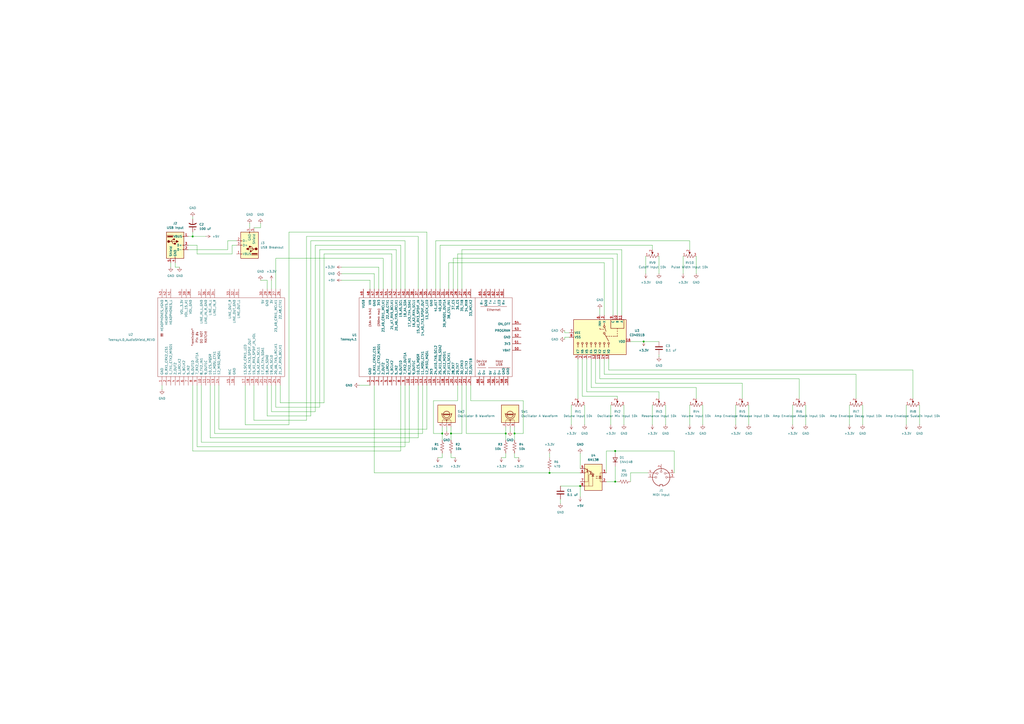
<source format=kicad_sch>
(kicad_sch (version 20231120) (generator "eeschema") (generator_version "8.0")
  (paper "A2")
  (title_block (title "OSHE Synth Full System Schematic") (date "3/11/2025") (rev "1.0"))
  (lib_symbols
    (symbol "Analog_Switch:CD4051B"
      (property "Reference" "U" (at -10.16 16.51 0))
      (property "Value" "CD4051B" (at 3.81 16.51 0))
      (symbol "CD4051B_1_1"
        (pin bidirectional line (at 12.7 -5.08 180) (length 2.54) (name "X4") (number "1"))
        (pin input line (at -12.7 10.16 0) (length 2.54) (name "B") (number "10"))
        (pin input line (at -12.7 12.7 0) (length 2.54) (name "A") (number "11"))
        (pin bidirectional line (at 12.7 -2.54 180) (length 2.54) (name "X3") (number "12"))
        (pin bidirectional line (at 12.7 5.08 180) (length 2.54) (name "X0") (number "13"))
        (pin bidirectional line (at 12.7 2.54 180) (length 2.54) (name "X1") (number "14"))
        (pin bidirectional line (at 12.7 0 180) (length 2.54) (name "X2") (number "15"))
        (pin power_in line (at 2.54 17.78 270) (length 2.54) (name "VDD") (number "16"))
        (pin bidirectional line (at 12.7 -10.16 180) (length 2.54) (name "X6") (number "2"))
        (pin bidirectional line (at -12.7 2.54 0) (length 2.54) (name "X") (number "3"))
        (pin bidirectional line (at 12.7 -12.7 180) (length 2.54) (name "X7") (number "4"))
        (pin bidirectional line (at 12.7 -7.62 180) (length 2.54) (name "X5") (number "5"))
        (pin input line (at -12.7 0 0) (length 2.54) (name "INH") (number "6"))
        (pin power_in line (at -2.54 -17.78 90) (length 2.54) (name "VEE") (number "7"))
        (pin power_in line (at 0 -17.78 90) (length 2.54) (name "VSS") (number "8"))
        (pin input line (at -12.7 7.62 0) (length 2.54) (name "C") (number "9"))
      )
    )
    (symbol "Connector:DIN-5_180degree" (pin_names (offset 1.016))
      (property "Reference" "J" (at 3.175 5.715 0))
      (property "Value" "DIN-5_180degree" (at 0 -6.35 0))
      (symbol "DIN-5_180degree_1_1"
        (pin passive line (at -7.62 0 0) (length 2.54) (name "~") (number "1"))
        (pin passive line (at 0 7.62 270) (length 2.54) (name "~") (number "2"))
        (pin passive line (at 7.62 0 180) (length 2.54) (name "~") (number "3"))
        (pin passive line (at -7.62 2.54 0) (length 2.54) (name "~") (number "4"))
        (pin passive line (at 7.62 2.54 180) (length 2.54) (name "~") (number "5"))
      )
    )
    (symbol "Connector:USB_A" (pin_names (offset 1.016))
      (property "Reference" "J" (at -5.08 11.43 0))
      (property "Value" "USB_A" (at -5.08 8.89 0))
      (symbol "USB_A_1_1"
        (pin power_in line (at 7.62 5.08 180) (length 2.54) (name "VBUS") (number "1"))
        (pin bidirectional line (at 7.62 -2.54 180) (length 2.54) (name "D-") (number "2"))
        (pin bidirectional line (at 7.62 0 180) (length 2.54) (name "D+") (number "3"))
        (pin power_in line (at 0 -10.16 90) (length 2.54) (name "GND") (number "4"))
        (pin passive line (at -2.54 -10.16 90) (length 2.54) (name "Shield") (number "5"))
      )
    )
    (symbol "Device:C" (pin_numbers hide) (pin_names (offset 0.254))
      (property "Reference" "C" (at 0.635 2.54 0))
      (property "Value" "C" (at 0.635 -2.54 0))
      (symbol "C_1_1"
        (pin passive line (at 0 3.81 270) (length 2.794) (name "~") (number "1"))
        (pin passive line (at 0 -3.81 90) (length 2.794) (name "~") (number "2"))
      )
    )
    (symbol "Device:C_Polarized_US" (pin_numbers hide) (pin_names (offset 0.254) hide)
      (property "Reference" "C" (at 0.635 2.54 0))
      (property "Value" "C_Polarized_US" (at 0.635 -2.54 0))
      (symbol "C_Polarized_US_1_1"
        (pin passive line (at 0 3.81 270) (length 2.794) (name "~") (number "1"))
        (pin passive line (at 0 -3.81 90) (length 3.302) (name "~") (number "2"))
      )
    )
    (symbol "Device:D" (pin_numbers hide) (pin_names (offset 1.016) hide)
      (property "Reference" "D" (at 0 2.54 0))
      (property "Value" "D" (at 0 -2.54 0))
      (symbol "D_1_1"
        (pin passive line (at -3.81 0 0) (length 2.54) (name "K") (number "1"))
        (pin passive line (at 3.81 0 180) (length 2.54) (name "A") (number "2"))
      )
    )
    (symbol "Device:R_Potentiometer_US" (pin_names (offset 1.016) hide)
      (property "Reference" "RV" (at -4.445 0 90))
      (property "Value" "R_Potentiometer_US" (at -2.54 0 90))
      (symbol "R_Potentiometer_US_1_1"
        (pin passive line (at 0 3.81 270) (length 1.27) (name "1") (number "1"))
        (pin passive line (at 3.81 0 180) (length 1.27) (name "2") (number "2"))
        (pin passive line (at 0 -3.81 90) (length 1.27) (name "3") (number "3"))
      )
    )
    (symbol "Device:R_US" (pin_numbers hide) (pin_names (offset 0))
      (property "Reference" "R" (at 2.54 0 90))
      (property "Value" "R_US" (at -2.54 0 90))
      (symbol "R_US_1_1"
        (pin passive line (at 0 3.81 270) (length 1.27) (name "~") (number "1"))
        (pin passive line (at 0 -3.81 90) (length 1.27) (name "~") (number "2"))
      )
    )
    (symbol "Device:RotaryEncoder" (pin_names (offset 0.254) hide)
      (property "Reference" "SW" (at 0 6.604 0))
      (property "Value" "RotaryEncoder" (at 0 -6.604 0))
      (symbol "RotaryEncoder_1_1"
        (pin passive line (at -7.62 2.54 0) (length 2.54) (name "A") (number "A"))
        (pin passive line (at -7.62 -2.54 0) (length 2.54) (name "B") (number "B"))
        (pin passive line (at -7.62 0 0) (length 2.54) (name "C") (number "C"))
      )
    )
    (symbol "Isolator:6N138" (pin_names (offset 1.016) hide)
      (property "Reference" "U" (at -4.064 8.89 0))
      (property "Value" "6N138" (at 2.286 8.89 0))
      (symbol "6N138_1_1"
        (pin no_connect line (at -5.08 5.08 0) (length 2.54) hide (name "NC") (number "1"))
        (pin passive line (at -7.62 2.54 0) (length 2.54) (name "C1") (number "2"))
        (pin passive line (at -7.62 -2.54 0) (length 2.54) (name "C2") (number "3"))
        (pin no_connect line (at -5.08 -5.08 0) (length 2.54) hide (name "NC") (number "4"))
        (pin passive line (at 7.62 -5.08 180) (length 2.54) (name "GND") (number "5"))
        (pin passive line (at 7.62 -2.54 180) (length 2.54) (name "VO2") (number "6"))
        (pin passive line (at 7.62 2.54 180) (length 2.54) (name "VO1") (number "7"))
        (pin passive line (at 7.62 5.08 180) (length 2.54) (name "VCC") (number "8"))
      )
    )
    (symbol "power:+3.3V" (power) (pin_numbers hide) (pin_names (offset 0) hide)
      (property "Value" "+3.3V" (at 0 3.556 0))
      (symbol "+3.3V_1_1"
        (pin power_in line (at 0 0 90) (length 0) (name "~") (number "1"))
      )
    )
    (symbol "power:+5V" (power) (pin_numbers hide) (pin_names (offset 0) hide)
      (property "Value" "+5V" (at 0 3.556 0))
      (symbol "+5V_1_1"
        (pin power_in line (at 0 0 90) (length 0) (name "~") (number "1"))
      )
    )
    (symbol "power:GND" (power) (pin_numbers hide) (pin_names (offset 0) hide)
      (property "Value" "GND" (at 0 -3.81 0))
      (symbol "GND_1_1"
        (pin power_in line (at 0 0 270) (length 0) (name "~") (number "1"))
      )
    )
    (symbol "teensy4.0_audioshield_revd:Teensy4.0_AudioShield_REVD" (pin_names (offset 1.016))
      (property "Reference" "U" (at 0 39.37 0))
      (property "Value" "Teensy4.0_AudioShield_REVD" (at 0 -39.37 0))
      (symbol "Teensy4.0_AudioShield_REVD_0_0"
        (text "!!!" (at 1.27 34.29 0) (effects (font (size 1.27 1.27))))
        (text "*reminder*" (at 0 16.51 0) (effects (font (size 1.27 1.27))))
        (text "DO NOT" (at 0 11.43 0) (effects (font (size 1.27 1.27))))
        (text "MATCH!" (at 0 8.89 0) (effects (font (size 1.27 1.27))))
        (text "Pin #s" (at 0 13.97 0) (effects (font (size 1.27 1.27))))
        (pin bidirectional line (at -27.94 11.43 0) (length 5.08) (name "8_TX2_IN1") (number "10"))
        (pin bidirectional line (at -27.94 8.89 0) (length 5.08) (name "9_OUT1C") (number "11"))
        (pin bidirectional line (at -27.94 6.35 0) (length 5.08) (name "10_CS_MQSR") (number "12"))
        (pin bidirectional line (at -27.94 3.81 0) (length 5.08) (name "11_MOSI_CTX1") (number "13"))
        (pin bidirectional line (at -27.94 1.27 0) (length 5.08) (name "12_MISO_MQSL") (number "14"))
        (pin bidirectional line (at -27.94 -5.08 0) (length 5.08) (name "MIC") (number "15"))
        (pin power_in line (at -27.94 -7.62 0) (length 5.08) (name "GND") (number "16"))
        (pin bidirectional line (at -27.94 -13.97 0) (length 5.08) (name "13_SCK_CRX1_LED") (number "17"))
        (pin bidirectional line (at -27.94 -16.51 0) (length 5.08) (name "14_A0_TX3_SPDIF_OUT") (number "18"))
        (pin bidirectional line (at -27.94 -19.05 0) (length 5.08) (name "15_A1_RX3_SPDIF_IN_VOL") (number "19"))
        (pin bidirectional line (at -27.94 -21.59 0) (length 5.08) (name "16_A2_RX4_SCL1") (number "20"))
        (pin bidirectional line (at -27.94 -24.13 0) (length 5.08) (name "17_A3_TX4_SDA1") (number "21"))
        (pin bidirectional line (at -27.94 -26.67 0) (length 5.08) (name "18_A4_SDA0") (number "22"))
        (pin bidirectional line (at -27.94 -29.21 0) (length 5.08) (name "19_A5_SCL0") (number "23"))
        (pin bidirectional line (at -27.94 -31.75 0) (length 5.08) (name "20_A6_TX5_LRCLK1") (number "24"))
        (pin bidirectional line (at -27.94 -34.29 0) (length 5.08) (name "21_A7_RX5_BCLK1") (number "25"))
        (pin bidirectional line (at 27.94 -34.29 180) (length 5.08) (name "22_A8_CTX1") (number "26"))
        (pin bidirectional line (at 27.94 -31.75 180) (length 5.08) (name "23_A9_CRX1_MCLK1") (number "27"))
        (pin power_out line (at 27.94 -29.21 180) (length 5.08) (name "3V") (number "28"))
        (pin power_in line (at 27.94 -26.67 180) (length 5.08) (name "GND") (number "29"))
        (pin power_out line (at 27.94 -24.13 180) (length 5.08) (name "5V") (number "30"))
        (pin bidirectional line (at 27.94 -10.16 180) (length 5.08) (name "LINE_OUT_L") (number "31"))
        (pin power_in line (at 27.94 -7.62 180) (length 5.08) (name "LINE_OUT_GND") (number "32"))
        (pin bidirectional line (at 27.94 -5.08 180) (length 5.08) (name "LINE_OUT_R") (number "33"))
        (pin bidirectional line (at 27.94 3.81 180) (length 5.08) (name "LINE_IN_R") (number "34"))
        (pin bidirectional line (at 27.94 6.35 180) (length 5.08) (name "LINE_IN_L") (number "35"))
        (pin power_in line (at 27.94 8.89 180) (length 5.08) (name "LINE_IN_R_GND") (number "36"))
        (pin power_in line (at 27.94 11.43 180) (length 5.08) (name "LINE_IN_L_GND") (number "37"))
        (pin bidirectional line (at 27.94 17.78 180) (length 5.08) (name "VOL_GND") (number "38"))
        (pin bidirectional line (at 27.94 20.32 180) (length 5.08) (name "VOL_15_A1") (number "39"))
        (pin bidirectional line (at 27.94 22.86 180) (length 5.08) (name "VOL_3.3V") (number "40"))
        (pin bidirectional line (at 27.94 29.21 180) (length 5.08) (name "HEADPHONES_L") (number "41"))
        (pin bidirectional line (at 27.94 31.75 180) (length 5.08) (name "HEADPHONES_R") (number "42"))
        (pin power_in line (at 27.94 34.29 180) (length 5.08) (name "HEADPHONES_VGND") (number "43"))
        (pin bidirectional line (at -27.94 24.13 0) (length 5.08) (name "3_LRCLK2") (number "5"))
        (pin bidirectional line (at -27.94 21.59 0) (length 5.08) (name "4_BCLK2") (number "6"))
        (pin bidirectional line (at -27.94 19.05 0) (length 5.08) (name "5_IN2") (number "7"))
        (pin bidirectional line (at -27.94 16.51 0) (length 5.08) (name "6_OUT1D") (number "8"))
        (pin bidirectional line (at -27.94 13.97 0) (length 5.08) (name "7_RX2_OUT1A") (number "9"))
      )
      (symbol "Teensy4.0_AudioShield_REVD_1_1"
        (pin power_in line (at -27.94 34.29 0) (length 5.08) (name "GND") (number "1"))
        (pin bidirectional line (at -27.94 31.75 0) (length 5.08) (name "0_RX1_CRX2_CS1") (number "2"))
        (pin bidirectional line (at -27.94 29.21 0) (length 5.08) (name "1_TX1_CTX2_MISO1") (number "3"))
        (pin bidirectional line (at -27.94 26.67 0) (length 5.08) (name "2_OUT2") (number "4"))
      )
    )
    (symbol "teensy:Teensy4.1" (pin_names (offset 1.016))
      (property "Reference" "U" (at 0 64.77 0))
      (property "Value" "Teensy4.1" (at 0 62.23 0))
      (symbol "Teensy4.1_0_0"
        (text "(250mA max)" (at 11.43 49.53 0) (effects (font (size 1.016 1.016))))
        (text "(3.6v to 5.5v)" (at 11.43 54.61 0) (effects (font (size 1.016 1.016))))
        (text "Device" (at -13.97 -10.16 900) (effects (font (size 1.27 1.27))))
        (text "Ethernet" (at 15.875 -17.145 900) (effects (font (size 1.27 1.27))))
        (text "Host" (at -13.97 -20.32 900) (effects (font (size 1.27 1.27))))
        (text "USB" (at -15.875 -20.32 900) (effects (font (size 1.27 1.27))))
        (text "USB" (at -15.875 -10.16 900) (effects (font (size 1.27 1.27))))
        (pin bidirectional line (at -27.94 31.75 0) (length 5.08) (name "8_TX2_IN1") (number "10"))
        (pin bidirectional line (at -27.94 29.21 0) (length 5.08) (name "9_OUT1C") (number "11"))
        (pin bidirectional line (at -27.94 26.67 0) (length 5.08) (name "10_CS_MQSR") (number "12"))
        (pin bidirectional line (at -27.94 24.13 0) (length 5.08) (name "11_MOSI_CTX1") (number "13"))
        (pin bidirectional line (at -27.94 21.59 0) (length 5.08) (name "12_MISO_MQSL") (number "14"))
        (pin power_in line (at -27.94 19.05 0) (length 5.08) (name "3V3") (number "15"))
        (pin bidirectional line (at -27.94 16.51 0) (length 5.08) (name "24_A10_TX6_SCL2") (number "16"))
        (pin bidirectional line (at -27.94 13.97 0) (length 5.08) (name "25_A11_RX6_SDA2") (number "17"))
        (pin bidirectional line (at -27.94 11.43 0) (length 5.08) (name "26_A12_MOSI1") (number "18"))
        (pin bidirectional line (at -27.94 8.89 0) (length 5.08) (name "27_A13_SCK1") (number "19"))
        (pin bidirectional line (at -27.94 6.35 0) (length 5.08) (name "28_RX7") (number "20"))
        (pin bidirectional line (at -27.94 3.81 0) (length 5.08) (name "29_TX7") (number "21"))
        (pin bidirectional line (at -27.94 1.27 0) (length 5.08) (name "30_CRX3") (number "22"))
        (pin bidirectional line (at -27.94 -1.27 0) (length 5.08) (name "31_CTX3") (number "23"))
        (pin bidirectional line (at -27.94 -3.81 0) (length 5.08) (name "32_OUT1B") (number "24"))
        (pin bidirectional line (at 27.94 -3.81 180) (length 5.08) (name "33_MCLK2") (number "25"))
        (pin bidirectional line (at 27.94 -1.27 180) (length 5.08) (name "34_RX8") (number "26"))
        (pin bidirectional line (at 27.94 1.27 180) (length 5.08) (name "35_TX8") (number "27"))
        (pin bidirectional line (at 27.94 3.81 180) (length 5.08) (name "36_CS") (number "28"))
        (pin bidirectional line (at 27.94 6.35 180) (length 5.08) (name "37_CS") (number "29"))
        (pin bidirectional line (at 27.94 8.89 180) (length 5.08) (name "38_CS1_IN1") (number "30"))
        (pin bidirectional line (at 27.94 11.43 180) (length 5.08) (name "39_MISO1_OUT1A") (number "31"))
        (pin bidirectional line (at 27.94 13.97 180) (length 5.08) (name "40_A16") (number "32"))
        (pin bidirectional line (at 27.94 16.51 180) (length 5.08) (name "41_A17") (number "33"))
        (pin bidirectional line (at 27.94 21.59 180) (length 5.08) (name "13_SCK_LED") (number "35"))
        (pin bidirectional line (at 27.94 24.13 180) (length 5.08) (name "14_A0_TX3_SPDIF_OUT") (number "36"))
        (pin bidirectional line (at 27.94 26.67 180) (length 5.08) (name "15_A1_RX3_SPDIF_IN") (number "37"))
        (pin bidirectional line (at 27.94 29.21 180) (length 5.08) (name "16_A2_RX4_SCL1") (number "38"))
        (pin bidirectional line (at 27.94 31.75 180) (length 5.08) (name "17_A3_TX4_SDA1") (number "39"))
        (pin bidirectional line (at 27.94 34.29 180) (length 5.08) (name "18_A4_SDA") (number "40"))
        (pin bidirectional line (at 27.94 36.83 180) (length 5.08) (name "19_A5_SCL") (number "41"))
        (pin bidirectional line (at 27.94 39.37 180) (length 5.08) (name "20_A6_TX5_LRCLK1") (number "42"))
        (pin bidirectional line (at 27.94 41.91 180) (length 5.08) (name "21_A7_RX5_BCLK1") (number "43"))
        (pin bidirectional line (at 27.94 44.45 180) (length 5.08) (name "22_A8_CTX1") (number "44"))
        (pin bidirectional line (at 27.94 46.99 180) (length 5.08) (name "23_A9_CRX1_MCLK1") (number "45"))
        (pin output line (at 27.94 49.53 180) (length 5.08) (name "3V3") (number "46"))
        (pin output line (at 27.94 52.07 180) (length 5.08) (name "GND") (number "47"))
        (pin power_in line (at 27.94 54.61 180) (length 5.08) (name "VIN") (number "48"))
        (pin power_out line (at 27.94 58.42 180) (length 5.08) (name "VUSB") (number "49"))
        (pin bidirectional line (at -27.94 44.45 0) (length 5.08) (name "3_LRCLK2") (number "5"))
        (pin power_in line (at -7.62 -33.02 90) (length 5.08) (name "VBAT") (number "50"))
        (pin power_in line (at -3.81 -33.02 90) (length 5.08) (name "3V3") (number "51"))
        (pin input line (at 0 -33.02 90) (length 5.08) (name "GND") (number "52"))
        (pin input line (at 3.81 -33.02 90) (length 5.08) (name "PROGRAM") (number "53"))
        (pin input line (at 7.62 -33.02 90) (length 5.08) (name "ON_OFF") (number "54"))
        (pin power_out line (at -27.94 -15.24 0) (length 5.08) (name "5V") (number "55"))
        (pin bidirectional line (at -27.94 -17.78 0) (length 5.08) (name "D-") (number "56"))
        (pin bidirectional line (at -27.94 -20.32 0) (length 5.08) (name "D+") (number "57"))
        (pin power_in line (at -27.94 -22.86 0) (length 5.08) (name "GND") (number "58"))
        (pin power_in line (at -27.94 -25.4 0) (length 5.08) (name "GND") (number "59"))
        (pin bidirectional line (at -27.94 41.91 0) (length 5.08) (name "4_BCLK2") (number "6"))
        (pin bidirectional line (at 27.94 -22.86 180) (length 5.08) (name "R+") (number "60"))
        (pin bidirectional line (at 27.94 -20.32 180) (length 5.08) (name "LED") (number "61"))
        (pin bidirectional line (at 27.94 -17.78 180) (length 5.08) (name "T-") (number "62"))
        (pin bidirectional line (at 27.94 -15.24 180) (length 5.08) (name "T+") (number "63"))
        (pin power_in line (at 27.94 -12.7 180) (length 5.08) (name "GND") (number "64"))
        (pin bidirectional line (at 27.94 -10.16 180) (length 5.08) (name "R-") (number "65"))
        (pin bidirectional line (at -27.94 -8.89 0) (length 5.08) (name "D-") (number "66"))
        (pin bidirectional line (at -27.94 -11.43 0) (length 5.08) (name "D+") (number "67"))
        (pin bidirectional line (at -27.94 39.37 0) (length 5.08) (name "5_IN2") (number "7"))
        (pin bidirectional line (at -27.94 36.83 0) (length 5.08) (name "6_OUT1D") (number "8"))
        (pin bidirectional line (at -27.94 34.29 0) (length 5.08) (name "7_RX2_OUT1A") (number "9"))
      )
      (symbol "Teensy4.1_1_1"
        (pin power_in line (at -27.94 54.61 0) (length 5.08) (name "GND") (number "1"))
        (pin bidirectional line (at -27.94 52.07 0) (length 5.08) (name "0_RX1_CRX2_CS1") (number "2"))
        (pin bidirectional line (at -27.94 49.53 0) (length 5.08) (name "1_TX1_CTX2_MISO1") (number "3"))
        (pin power_in line (at 27.94 19.05 180) (length 5.08) (name "GND") (number "34"))
        (pin bidirectional line (at -27.94 46.99 0) (length 5.08) (name "2_OUT2") (number "4"))
      )
    )
  )
  (junction (at 356.87 261.62))
  (junction (at 373.38 198.12))
  (junction (at 298.45 251.46))
  (junction (at 318.77 274.32))
  (junction (at 356.87 279.4))
  (junction (at 293.37 251.46))
  (junction (at 336.55 281.94))
  (junction (at 261.62 251.46))
  (junction (at 256.54 251.46))
  (junction (at 111.76 137.16))
  (wire (pts (xy 342.9 208.28) (xy 342.9 224.79)))
  (wire (pts (xy 303.53 251.46) (xy 298.45 251.46)))
  (wire (pts (xy 182.88 238.76) (xy 182.88 142.24)))
  (wire (pts (xy 185.42 144.78) (xy 229.87 144.78)))
  (wire (pts (xy 459.74 234.95) (xy 459.74 246.38)))
  (wire (pts (xy 116.84 223.52) (xy 116.84 256.54)))
  (wire (pts (xy 265.43 147.32) (xy 265.43 167.64)))
  (wire (pts (xy 365.76 198.12) (xy 373.38 198.12)))
  (wire (pts (xy 354.33 234.95) (xy 354.33 246.38)))
  (wire (pts (xy 355.6 182.88) (xy 355.6 149.86)))
  (wire (pts (xy 242.57 223.52) (xy 242.57 254)))
  (wire (pts (xy 358.14 147.32) (xy 265.43 147.32)))
  (wire (pts (xy 185.42 236.22) (xy 185.42 144.78)))
  (wire (pts (xy 325.12 289.56) (xy 325.12 292.1)))
  (wire (pts (xy 180.34 139.7) (xy 234.95 139.7)))
  (wire (pts (xy 270.51 223.52) (xy 270.51 251.46)))
  (wire (pts (xy 355.6 149.86) (xy 262.89 149.86)))
  (wire (pts (xy 154.94 223.52) (xy 154.94 241.3)))
  (wire (pts (xy 134.62 142.24) (xy 137.16 142.24)))
  (wire (pts (xy 109.22 142.24) (xy 114.3 142.24)))
  (wire (pts (xy 167.64 246.38) (xy 167.64 134.62)))
  (wire (pts (xy 382.27 231.14) (xy 382.27 227.33)))
  (wire (pts (xy 265.43 223.52) (xy 265.43 232.41)))
  (wire (pts (xy 261.62 251.46) (xy 261.62 255.27)))
  (wire (pts (xy 382.27 227.33) (xy 340.36 227.33)))
  (wire (pts (xy 407.67 234.95) (xy 407.67 246.38)))
  (wire (pts (xy 247.65 223.52) (xy 247.65 248.92)))
  (wire (pts (xy 151.13 132.08) (xy 147.32 132.08)))
  (wire (pts (xy 378.46 144.78) (xy 378.46 142.24)))
  (wire (pts (xy 261.62 262.89) (xy 261.62 265.43)))
  (wire (pts (xy 144.78 129.54) (xy 144.78 132.08)))
  (wire (pts (xy 124.46 251.46) (xy 245.11 251.46)))
  (wire (pts (xy 403.86 224.79) (xy 342.9 224.79)))
  (wire (pts (xy 365.76 274.32) (xy 365.76 279.4)))
  (wire (pts (xy 111.76 137.16) (xy 119.38 137.16)))
  (wire (pts (xy 198.12 158.75) (xy 217.17 158.75)))
  (wire (pts (xy 180.34 241.3) (xy 180.34 139.7)))
  (wire (pts (xy 318.77 273.05) (xy 318.77 274.32)))
  (wire (pts (xy 101.6 152.4) (xy 101.6 154.94)))
  (wire (pts (xy 114.3 142.24) (xy 114.3 147.32)))
  (wire (pts (xy 114.3 259.08) (xy 234.95 259.08)))
  (wire (pts (xy 386.08 234.95) (xy 386.08 246.38)))
  (wire (pts (xy 217.17 223.52) (xy 217.17 274.32)))
  (wire (pts (xy 430.53 231.14) (xy 430.53 222.25)))
  (wire (pts (xy 252.73 139.7) (xy 252.73 167.64)))
  (wire (pts (xy 111.76 223.52) (xy 111.76 261.62)))
  (wire (pts (xy 256.54 247.65) (xy 256.54 251.46)))
  (wire (pts (xy 382.27 205.74) (xy 382.27 207.01)))
  (wire (pts (xy 142.24 223.52) (xy 142.24 246.38)))
  (wire (pts (xy 529.59 231.14) (xy 529.59 214.63)))
  (wire (pts (xy 331.47 234.95) (xy 331.47 246.38)))
  (wire (pts (xy 242.57 137.16) (xy 242.57 167.64)))
  (wire (pts (xy 157.48 238.76) (xy 182.88 238.76)))
  (wire (pts (xy 318.77 262.89) (xy 318.77 265.43)))
  (wire (pts (xy 400.05 139.7) (xy 252.73 139.7)))
  (wire (pts (xy 358.14 182.88) (xy 358.14 147.32)))
  (wire (pts (xy 298.45 262.89) (xy 298.45 265.43)))
  (wire (pts (xy 337.82 208.28) (xy 337.82 229.87)))
  (wire (pts (xy 400.05 234.95) (xy 400.05 246.38)))
  (wire (pts (xy 500.38 234.95) (xy 500.38 246.38)))
  (wire (pts (xy 400.05 144.78) (xy 400.05 139.7)))
  (wire (pts (xy 132.08 144.78) (xy 132.08 139.7)))
  (wire (pts (xy 262.89 149.86) (xy 262.89 167.64)))
  (wire (pts (xy 208.28 223.52) (xy 214.63 223.52)))
  (wire (pts (xy 396.24 148.59) (xy 396.24 158.75)))
  (wire (pts (xy 529.59 214.63) (xy 353.06 214.63)))
  (wire (pts (xy 151.13 162.56) (xy 154.94 162.56)))
  (wire (pts (xy 217.17 158.75) (xy 217.17 167.64)))
  (wire (pts (xy 177.8 137.16) (xy 242.57 137.16)))
  (wire (pts (xy 374.65 148.59) (xy 374.65 158.75)))
  (wire (pts (xy 99.06 152.4) (xy 99.06 154.94)))
  (wire (pts (xy 219.71 154.94) (xy 219.71 167.64)))
  (wire (pts (xy 182.88 142.24) (xy 232.41 142.24)))
  (wire (pts (xy 273.05 232.41) (xy 303.53 232.41)))
  (wire (pts (xy 232.41 223.52) (xy 232.41 261.62)))
  (wire (pts (xy 187.96 147.32) (xy 227.33 147.32)))
  (wire (pts (xy 403.86 148.59) (xy 403.86 158.75)))
  (wire (pts (xy 121.92 254) (xy 242.57 254)))
  (wire (pts (xy 298.45 247.65) (xy 298.45 251.46)))
  (wire (pts (xy 256.54 251.46) (xy 256.54 255.27)))
  (wire (pts (xy 298.45 265.43) (xy 300.99 265.43)))
  (wire (pts (xy 467.36 234.95) (xy 467.36 246.38)))
  (wire (pts (xy 217.17 274.32) (xy 318.77 274.32)))
  (wire (pts (xy 237.49 223.52) (xy 237.49 256.54)))
  (wire (pts (xy 114.3 147.32) (xy 134.62 147.32)))
  (wire (pts (xy 154.94 241.3) (xy 180.34 241.3)))
  (wire (pts (xy 325.12 281.94) (xy 336.55 281.94)))
  (wire (pts (xy 167.64 134.62) (xy 247.65 134.62)))
  (wire (pts (xy 347.98 208.28) (xy 347.98 219.71)))
  (wire (pts (xy 124.46 223.52) (xy 124.46 251.46)))
  (wire (pts (xy 267.97 144.78) (xy 267.97 167.64)))
  (wire (pts (xy 336.55 262.89) (xy 336.55 271.78)))
  (wire (pts (xy 147.32 243.84) (xy 177.8 243.84)))
  (wire (pts (xy 295.91 247.65) (xy 295.91 250.19)))
  (wire (pts (xy 492.76 234.95) (xy 492.76 246.38)))
  (wire (pts (xy 187.96 233.68) (xy 187.96 147.32)))
  (wire (pts (xy 336.55 274.32) (xy 318.77 274.32)))
  (wire (pts (xy 157.48 223.52) (xy 157.48 238.76)))
  (wire (pts (xy 496.57 217.17) (xy 350.52 217.17)))
  (wire (pts (xy 293.37 265.43) (xy 290.83 265.43)))
  (wire (pts (xy 403.86 231.14) (xy 403.86 224.79)))
  (wire (pts (xy 293.37 262.89) (xy 293.37 265.43)))
  (wire (pts (xy 261.62 247.65) (xy 261.62 251.46)))
  (wire (pts (xy 132.08 139.7) (xy 137.16 139.7)))
  (wire (pts (xy 327.66 193.04) (xy 327.66 191.77)))
  (wire (pts (xy 160.02 149.86) (xy 222.25 149.86)))
  (wire (pts (xy 298.45 251.46) (xy 298.45 255.27)))
  (wire (pts (xy 109.22 137.16) (xy 111.76 137.16)))
  (wire (pts (xy 177.8 243.84) (xy 177.8 137.16)))
  (wire (pts (xy 356.87 270.51) (xy 356.87 279.4)))
  (wire (pts (xy 160.02 236.22) (xy 185.42 236.22)))
  (wire (pts (xy 265.43 232.41) (xy 251.46 232.41)))
  (wire (pts (xy 160.02 223.52) (xy 160.02 236.22)))
  (wire (pts (xy 356.87 261.62) (xy 391.16 261.62)))
  (wire (pts (xy 198.12 154.94) (xy 219.71 154.94)))
  (wire (pts (xy 351.79 261.62) (xy 356.87 261.62)))
  (wire (pts (xy 358.14 231.14) (xy 358.14 229.87)))
  (wire (pts (xy 358.14 229.87) (xy 337.82 229.87)))
  (wire (pts (xy 222.25 149.86) (xy 222.25 167.64)))
  (wire (pts (xy 157.48 162.56) (xy 157.48 167.64)))
  (wire (pts (xy 335.28 208.28) (xy 335.28 231.14)))
  (wire (pts (xy 378.46 234.95) (xy 378.46 246.38)))
  (wire (pts (xy 382.27 148.59) (xy 382.27 158.75)))
  (wire (pts (xy 353.06 214.63) (xy 353.06 208.28)))
  (wire (pts (xy 327.66 195.58) (xy 327.66 196.85)))
  (wire (pts (xy 247.65 134.62) (xy 247.65 167.64)))
  (wire (pts (xy 350.52 152.4) (xy 260.35 152.4)))
  (wire (pts (xy 373.38 198.12) (xy 382.27 198.12)))
  (wire (pts (xy 270.51 251.46) (xy 293.37 251.46)))
  (wire (pts (xy 330.2 195.58) (xy 327.66 195.58)))
  (wire (pts (xy 101.6 154.94) (xy 104.14 154.94)))
  (wire (pts (xy 251.46 232.41) (xy 251.46 251.46)))
  (wire (pts (xy 214.63 162.56) (xy 214.63 167.64)))
  (wire (pts (xy 256.54 265.43) (xy 254 265.43)))
  (wire (pts (xy 111.76 261.62) (xy 232.41 261.62)))
  (wire (pts (xy 336.55 281.94) (xy 336.55 288.29)))
  (wire (pts (xy 147.32 223.52) (xy 147.32 243.84)))
  (wire (pts (xy 261.62 251.46) (xy 267.97 251.46)))
  (wire (pts (xy 345.44 208.28) (xy 345.44 222.25)))
  (wire (pts (xy 245.11 223.52) (xy 245.11 251.46)))
  (wire (pts (xy 525.78 234.95) (xy 525.78 246.38)))
  (wire (pts (xy 111.76 125.73) (xy 111.76 127)))
  (wire (pts (xy 330.2 193.04) (xy 327.66 193.04)))
  (wire (pts (xy 303.53 232.41) (xy 303.53 251.46)))
  (wire (pts (xy 533.4 234.95) (xy 533.4 246.38)))
  (wire (pts (xy 351.79 261.62) (xy 351.79 274.32)))
  (wire (pts (xy 261.62 265.43) (xy 264.16 265.43)))
  (wire (pts (xy 127 248.92) (xy 247.65 248.92)))
  (wire (pts (xy 391.16 274.32) (xy 391.16 261.62)))
  (wire (pts (xy 375.92 274.32) (xy 365.76 274.32)))
  (wire (pts (xy 162.56 223.52) (xy 162.56 233.68)))
  (wire (pts (xy 351.79 279.4) (xy 356.87 279.4)))
  (wire (pts (xy 339.09 234.95) (xy 339.09 246.38)))
  (wire (pts (xy 463.55 231.14) (xy 463.55 219.71)))
  (wire (pts (xy 232.41 142.24) (xy 232.41 167.64)))
  (wire (pts (xy 160.02 167.64) (xy 160.02 149.86)))
  (wire (pts (xy 426.72 234.95) (xy 426.72 246.38)))
  (wire (pts (xy 360.68 144.78) (xy 267.97 144.78)))
  (wire (pts (xy 350.52 182.88) (xy 350.52 152.4)))
  (wire (pts (xy 273.05 223.52) (xy 273.05 232.41)))
  (wire (pts (xy 227.33 147.32) (xy 227.33 167.64)))
  (wire (pts (xy 260.35 152.4) (xy 260.35 167.64)))
  (wire (pts (xy 356.87 279.4) (xy 358.14 279.4)))
  (wire (pts (xy 116.84 256.54) (xy 237.49 256.54)))
  (wire (pts (xy 255.27 142.24) (xy 255.27 167.64)))
  (wire (pts (xy 162.56 233.68) (xy 187.96 233.68)))
  (wire (pts (xy 234.95 223.52) (xy 234.95 259.08)))
  (wire (pts (xy 267.97 223.52) (xy 267.97 251.46)))
  (wire (pts (xy 463.55 219.71) (xy 347.98 219.71)))
  (wire (pts (xy 142.24 246.38) (xy 167.64 246.38)))
  (wire (pts (xy 111.76 134.62) (xy 111.76 137.16)))
  (wire (pts (xy 350.52 217.17) (xy 350.52 208.28)))
  (wire (pts (xy 378.46 142.24) (xy 255.27 142.24)))
  (wire (pts (xy 198.12 162.56) (xy 214.63 162.56)))
  (wire (pts (xy 259.08 247.65) (xy 259.08 250.19)))
  (wire (pts (xy 430.53 222.25) (xy 345.44 222.25)))
  (wire (pts (xy 229.87 144.78) (xy 229.87 167.64)))
  (wire (pts (xy 356.87 261.62) (xy 356.87 262.89)))
  (wire (pts (xy 251.46 251.46) (xy 256.54 251.46)))
  (wire (pts (xy 347.98 179.07) (xy 347.98 182.88)))
  (wire (pts (xy 121.92 223.52) (xy 121.92 254)))
  (wire (pts (xy 256.54 262.89) (xy 256.54 265.43)))
  (wire (pts (xy 360.68 182.88) (xy 360.68 144.78)))
  (wire (pts (xy 293.37 251.46) (xy 293.37 255.27)))
  (wire (pts (xy 434.34 234.95) (xy 434.34 246.38)))
  (wire (pts (xy 93.98 223.52) (xy 93.98 226.06)))
  (wire (pts (xy 154.94 162.56) (xy 154.94 167.64)))
  (wire (pts (xy 293.37 247.65) (xy 293.37 251.46)))
  (wire (pts (xy 340.36 208.28) (xy 340.36 227.33)))
  (wire (pts (xy 109.22 144.78) (xy 132.08 144.78)))
  (wire (pts (xy 496.57 231.14) (xy 496.57 217.17)))
  (wire (pts (xy 234.95 139.7) (xy 234.95 167.64)))
  (wire (pts (xy 361.95 234.95) (xy 361.95 246.38)))
  (wire (pts (xy 127 223.52) (xy 127 248.92)))
  (wire (pts (xy 134.62 147.32) (xy 134.62 142.24)))
  (wire (pts (xy 114.3 223.52) (xy 114.3 259.08)))
  (wire (pts (xy 151.13 129.54) (xy 151.13 132.08)))
  (symbol (lib_id "power:GND") (at 99.06 154.94 0) (unit 1)
    (property "Reference" "#PWR045" (effects (hide yes)))
    (property "Value" "GND" (at 99.06 160.02 0))
    (property "Description" "Power symbol creates a global label with name \"GND\" , ground" (effects (hide yes)))
  )
  (symbol (lib_id "power:GND") (at 295.91 250.19 0) (unit 1)
    (property "Reference" "#PWR024" (effects (hide yes)))
    (property "Value" "GND" (at 295.91 255.27 0))
    (property "Description" "Power symbol creates a global label with name \"GND\" , ground" (effects (hide yes)))
  )
  (symbol (lib_id "power:GND") (at 434.34 246.38 0) (unit 1)
    (property "Reference" "#PWR05" (effects (hide yes)))
    (property "Value" "GND" (at 434.34 251.46 0))
    (property "Description" "Power symbol creates a global label with name \"GND\" , ground" (effects (hide yes)))
  )
  (symbol (lib_id "Connector:DIN-5_180degree") (at 383.54 276.86 0) (unit 1)
    (property "Reference" "J1" (at 383.5401 284.48 0))
    (property "Value" "MIDI Input" (at 383.5401 287.02 0))
    (property "Footprint" "Connectors:MIDI" (effects (hide yes)))
    (property "Datasheet" "http://www.mouser.com/ds/2/18/40_c091_abd_e-75918.pdf" (effects (hide yes)))
    (property "Description" "5-pin DIN connector (5-pin DIN-5 stereo)" (effects (hide yes)))
  )
  (symbol (lib_id "power:+5V") (at 119.38 137.16 270) (unit 1)
    (property "Reference" "#PWR036" (effects (hide yes)))
    (property "Value" "+5V" (at 123.19 137.1599 90) (effects (justify left)))
    (property "Description" "Power symbol creates a global label with name \"+5V\"" (effects (hide yes)))
  )
  (symbol (lib_id "power:+3.3V") (at 400.05 246.38 180) (unit 1)
    (property "Reference" "#PWR012" (effects (hide yes)))
    (property "Value" "+3.3V" (at 400.05 251.46 0))
    (property "Description" "Power symbol creates a global label with name \"+3.3V\"" (effects (hide yes)))
  )
  (symbol (lib_id "power:+5V") (at 198.12 162.56 90) (unit 1)
    (property "Reference" "#PWR047" (effects (hide yes)))
    (property "Value" "+5V" (at 194.31 162.5599 90) (effects (justify left)))
    (property "Description" "Power symbol creates a global label with name \"+5V\"" (effects (hide yes)))
  )
  (symbol (lib_id "power:+3.3V") (at 459.74 246.38 180) (unit 1)
    (property "Reference" "#PWR014" (effects (hide yes)))
    (property "Value" "+3.3V" (at 459.74 251.46 0))
    (property "Description" "Power symbol creates a global label with name \"+3.3V\"" (effects (hide yes)))
  )
  (symbol (lib_id "power:GND") (at 111.76 125.73 180) (unit 1)
    (property "Reference" "#PWR048" (effects (hide yes)))
    (property "Value" "GND" (at 111.76 120.65 0))
    (property "Description" "Power symbol creates a global label with name \"GND\" , ground" (effects (hide yes)))
  )
  (symbol (lib_id "teensy4.0_audioshield_revd:Teensy4.0_AudioShield_REVD") (at 128.27 195.58 90) (unit 1)
    (property "Reference" "U2" (at 74.422 194.056 90) (effects (justify right)))
    (property "Value" "Teensy4.0_AudioShield_REVD" (at 62.738 197.104 90) (effects (justify right)))
    (property "Footprint" "Teensy:4.0audioshield" (effects (hide yes)))
  )
  (symbol (lib_id "Device:RotaryEncoder") (at 259.08 240.03 90) (unit 1)
    (property "Reference" "SW2" (at 265.43 238.7599 90) (effects (justify right)))
    (property "Value" "Oscillator B Waveform" (at 265.43 241.2999 90) (effects (justify right)))
    (property "Footprint" "Rotary_Encoder:RotaryEncoder_Bourns_Vertical_PEC12R-3x17F-Nxxxx" (effects (hide yes)))
    (property "Description" "Rotary encoder, dual channel, incremental quadrate outputs" (effects (hide yes)))
  )
  (symbol (lib_id "power:GND") (at 347.98 179.07 180) (unit 1)
    (property "Reference" "#PWR032" (effects (hide yes)))
    (property "Value" "GND" (at 347.98 173.99 0))
    (property "Description" "Power symbol creates a global label with name \"GND\" , ground" (effects (hide yes)))
  )
  (symbol (lib_id "power:+3.3V") (at 318.77 262.89 0) (unit 1)
    (property "Reference" "#PWR028" (effects (hide yes)))
    (property "Value" "+3.3V" (at 318.77 257.81 0))
    (property "Description" "Power symbol creates a global label with name \"+3.3V\"" (effects (hide yes)))
  )
  (symbol (lib_id "power:+3.3V") (at 373.38 198.12 180) (unit 1)
    (property "Reference" "#PWR029" (effects (hide yes)))
    (property "Value" "+3.3V" (at 373.38 203.2 0))
    (property "Description" "Power symbol creates a global label with name \"+3.3V\"" (effects (hide yes)))
  )
  (symbol (lib_id "power:+3.3V") (at 264.16 265.43 180) (unit 1)
    (property "Reference" "#PWR021" (effects (hide yes)))
    (property "Value" "+3.3V" (at 264.16 270.51 0))
    (property "Description" "Power symbol creates a global label with name \"+3.3V\"" (effects (hide yes)))
  )
  (symbol (lib_id "Device:D") (at 356.87 266.7 90) (unit 1)
    (property "Reference" "D1" (at 359.41 265.4299 90) (effects (justify right)))
    (property "Value" "1N4148" (at 359.41 267.9699 90) (effects (justify right)))
    (property "Footprint" "Diodes:DO-35_02_VIS" (effects (hide yes)))
    (property "Description" "Diode" (effects (hide yes)))
    (property "Sim.Device" "D" (effects (hide yes)))
    (property "Sim.Pins" "1=K 2=A" (effects (hide yes)))
  )
  (symbol (lib_id "power:+3.3V") (at 374.65 158.75 180) (unit 1)
    (property "Reference" "#PWR017" (effects (hide yes)))
    (property "Value" "+3.3V" (at 374.65 163.83 0))
    (property "Description" "Power symbol creates a global label with name \"+3.3V\"" (effects (hide yes)))
  )
  (symbol (lib_id "Device:C") (at 325.12 285.75 180) (unit 1)
    (property "Reference" "C1" (at 328.93 284.4799 0) (effects (justify right)))
    (property "Value" "0.1 uF" (at 328.93 287.0199 0) (effects (justify right)))
    (property "Footprint" "Through Hole Cap:radial_cap" (effects (hide yes)))
    (property "Description" "Unpolarized capacitor" (effects (hide yes)))
  )
  (symbol (lib_id "power:GND") (at 407.67 246.38 0) (unit 1)
    (property "Reference" "#PWR04" (effects (hide yes)))
    (property "Value" "GND" (at 407.67 251.46 0))
    (property "Description" "Power symbol creates a global label with name \"GND\" , ground" (effects (hide yes)))
  )
  (symbol (lib_id "power:+3.3V") (at 300.99 265.43 180) (unit 1)
    (property "Reference" "#PWR022" (effects (hide yes)))
    (property "Value" "+3.3V" (at 300.99 270.51 0))
    (property "Description" "Power symbol creates a global label with name \"+3.3V\"" (effects (hide yes)))
  )
  (symbol (lib_id "power:GND") (at 361.95 246.38 0) (unit 1)
    (property "Reference" "#PWR02" (effects (hide yes)))
    (property "Value" "GND" (at 361.95 251.46 0))
    (property "Description" "Power symbol creates a global label with name \"GND\" , ground" (effects (hide yes)))
  )
  (symbol (lib_id "power:GND") (at 151.13 129.54 180) (unit 1)
    (property "Reference" "#PWR046" (effects (hide yes)))
    (property "Value" "GND" (at 151.13 124.46 0))
    (property "Description" "Power symbol creates a global label with name \"GND\" , ground" (effects (hide yes)))
  )
  (symbol (lib_id "power:GND") (at 144.78 129.54 180) (unit 1)
    (property "Reference" "#PWR039" (effects (hide yes)))
    (property "Value" "GND" (at 144.78 124.46 0))
    (property "Description" "Power symbol creates a global label with name \"GND\" , ground" (effects (hide yes)))
  )
  (symbol (lib_id "power:+3.3V") (at 378.46 246.38 180) (unit 1)
    (property "Reference" "#PWR011" (effects (hide yes)))
    (property "Value" "+3.3V" (at 378.46 251.46 0))
    (property "Description" "Power symbol creates a global label with name \"+3.3V\"" (effects (hide yes)))
  )
  (symbol (lib_id "power:+5V") (at 336.55 288.29 180) (unit 1)
    (property "Reference" "#PWR026" (effects (hide yes)))
    (property "Value" "+5V" (at 336.55 293.37 0))
    (property "Description" "Power symbol creates a global label with name \"+5V\"" (effects (hide yes)))
  )
  (symbol (lib_id "Device:R_Potentiometer_US") (at 403.86 234.95 90) (unit 1)
    (property "Reference" "RV4" (at 403.86 238.76 90))
    (property "Value" "Volume Input 10k" (at 403.86 241.3 90))
    (property "Footprint" "Potentiometer_THT:Potentiometer_Bourns_PTA4543_Single_Slide" (effects (hide yes)))
    (property "Description" "Potentiometer, US symbol" (effects (hide yes)))
  )
  (symbol (lib_id "power:GND") (at 259.08 250.19 0) (unit 1)
    (property "Reference" "#PWR023" (effects (hide yes)))
    (property "Value" "GND" (at 259.08 255.27 0))
    (property "Description" "Power symbol creates a global label with name \"GND\" , ground" (effects (hide yes)))
  )
  (symbol (lib_id "Device:R_Potentiometer_US") (at 529.59 234.95 90) (unit 1)
    (property "Reference" "RV8" (at 529.59 238.76 90))
    (property "Value" "Amp Envelope Sustain Input 10k" (at 529.59 241.3 90))
    (property "Footprint" "Potentiometer_THT:Potentiometer_Bourns_PTA4543_Single_Slide" (effects (hide yes)))
    (property "Description" "Potentiometer, US symbol" (effects (hide yes)))
  )
  (symbol (lib_id "Device:RotaryEncoder") (at 295.91 240.03 90) (unit 1)
    (property "Reference" "SW1" (at 302.26 238.7599 90) (effects (justify right)))
    (property "Value" "Oscillator A Waveform" (at 302.26 241.2999 90) (effects (justify right)))
    (property "Footprint" "Rotary_Encoder:RotaryEncoder_Bourns_Vertical_PEC12R-3x17F-Nxxxx" (effects (hide yes)))
    (property "Description" "Rotary encoder, dual channel, incremental quadrate outputs" (effects (hide yes)))
  )
  (symbol (lib_id "power:GND") (at 327.66 191.77 270) (unit 1)
    (property "Reference" "#PWR031" (effects (hide yes)))
    (property "Value" "GND" (at 323.85 191.7699 90) (effects (justify right)))
    (property "Description" "Power symbol creates a global label with name \"GND\" , ground" (effects (hide yes)))
  )
  (symbol (lib_id "power:GND") (at 325.12 292.1 0) (unit 1)
    (property "Reference" "#PWR027" (effects (hide yes)))
    (property "Value" "GND" (at 325.12 297.18 0))
    (property "Description" "Power symbol creates a global label with name \"GND\" , ground" (effects (hide yes)))
  )
  (symbol (lib_id "Device:R_US") (at 361.95 279.4 90) (unit 1)
    (property "Reference" "R5" (at 361.95 273.05 90))
    (property "Value" "220" (at 361.95 275.59 90))
    (property "Footprint" "Resistor_THT:R_Axial_DIN0207_L6.3mm_D2.5mm_P10.16mm_Horizontal" (effects (hide yes)))
    (property "Description" "Resistor, US symbol" (effects (hide yes)))
  )
  (symbol (lib_id "Device:R_Potentiometer_US") (at 463.55 234.95 90) (unit 1)
    (property "Reference" "RV6" (at 463.55 238.76 90))
    (property "Value" "Amp Envelope Attack Input 10k" (at 463.55 241.3 90))
    (property "Footprint" "Potentiometer_THT:Potentiometer_Bourns_PTA4543_Single_Slide" (effects (hide yes)))
    (property "Description" "Potentiometer, US symbol" (effects (hide yes)))
  )
  (symbol (lib_id "power:GND") (at 93.98 226.06 0) (unit 1)
    (property "Reference" "#PWR044" (effects (hide yes)))
    (property "Value" "GND" (at 93.98 231.14 0))
    (property "Description" "Power symbol creates a global label with name \"GND\" , ground" (effects (hide yes)))
  )
  (symbol (lib_id "Connector:USB_A") (at 144.78 142.24 180) (unit 1)
    (property "Reference" "J3" (at 151.13 140.9699 0) (effects (justify right)))
    (property "Value" "USB Breakout" (at 151.13 143.5099 0) (effects (justify right)))
    (property "Footprint" "Connector_USB:USB_A_Stewart_SS-52100-001_Horizontal" (effects (hide yes)))
    (property "Datasheet" " ~" (effects (hide yes)))
    (property "Description" "USB Type A connector" (effects (hide yes)))
  )
  (symbol (lib_id "Device:R_US") (at 293.37 259.08 0) (unit 1)
    (property "Reference" "R3" (at 288.798 257.81 0) (effects (justify left)))
    (property "Value" "10k" (at 287.02 260.35 0) (effects (justify left)))
    (property "Footprint" "Resistor_THT:R_Axial_DIN0207_L6.3mm_D2.5mm_P10.16mm_Horizontal" (effects (hide yes)))
    (property "Description" "Resistor, US symbol" (effects (hide yes)))
  )
  (symbol (lib_id "Device:R_Potentiometer_US") (at 378.46 148.59 90) (unit 1)
    (property "Reference" "RV9" (at 378.46 152.4 90))
    (property "Value" "Cutoff Input 10k" (at 378.46 154.94 90))
    (property "Footprint" "Potentiometer_THT:Potentiometer_Bourns_PTA4543_Single_Slide" (effects (hide yes)))
    (property "Description" "Potentiometer, US symbol" (effects (hide yes)))
  )
  (symbol (lib_id "power:GND") (at 104.14 154.94 0) (unit 1)
    (property "Reference" "#PWR035" (effects (hide yes)))
    (property "Value" "GND" (at 104.14 160.02 0))
    (property "Description" "Power symbol creates a global label with name \"GND\" , ground" (effects (hide yes)))
  )
  (symbol (lib_id "power:+3.3V") (at 254 265.43 180) (unit 1)
    (property "Reference" "#PWR033" (effects (hide yes)))
    (property "Value" "+3.3V" (at 254 270.51 0))
    (property "Description" "Power symbol creates a global label with name \"+3.3V\"" (effects (hide yes)))
  )
  (symbol (lib_id "power:+3.3V") (at 396.24 158.75 180) (unit 1)
    (property "Reference" "#PWR018" (effects (hide yes)))
    (property "Value" "+3.3V" (at 396.24 163.83 0))
    (property "Description" "Power symbol creates a global label with name \"+3.3V\"" (effects (hide yes)))
  )
  (symbol (lib_id "Device:C_Polarized_US") (at 111.76 130.81 180) (unit 1)
    (property "Reference" "C2" (at 115.57 130.1749 0) (effects (justify right)))
    (property "Value" "100 uF" (at 115.57 132.7149 0) (effects (justify right)))
    (property "Footprint" "Through Hole Cap:radial_cap_med" (effects (hide yes)))
    (property "Description" "Polarized capacitor, US symbol" (effects (hide yes)))
  )
  (symbol (lib_id "power:GND") (at 339.09 246.38 0) (unit 1)
    (property "Reference" "#PWR01" (effects (hide yes)))
    (property "Value" "GND" (at 339.09 251.46 0))
    (property "Description" "Power symbol creates a global label with name \"GND\" , ground" (effects (hide yes)))
  )
  (symbol (lib_id "teensy:Teensy4.1") (at 269.24 195.58 90) (unit 1)
    (property "Reference" "U1" (at 207.01 194.3099 90) (effects (justify left)))
    (property "Value" "Teensy4.1" (at 207.01 196.8499 90) (effects (justify left)))
    (property "Footprint" "Teensy:Teensy41" (effects (hide yes)))
  )
  (symbol (lib_id "power:+3.3V") (at 290.83 265.43 180) (unit 1)
    (property "Reference" "#PWR034" (effects (hide yes)))
    (property "Value" "+3.3V" (at 290.83 270.51 0))
    (property "Description" "Power symbol creates a global label with name \"+3.3V\"" (effects (hide yes)))
  )
  (symbol (lib_id "power:GND") (at 467.36 246.38 0) (unit 1)
    (property "Reference" "#PWR06" (effects (hide yes)))
    (property "Value" "GND" (at 467.36 251.46 0))
    (property "Description" "Power symbol creates a global label with name \"GND\" , ground" (effects (hide yes)))
  )
  (symbol (lib_id "power:+3.3V") (at 426.72 246.38 180) (unit 1)
    (property "Reference" "#PWR013" (effects (hide yes)))
    (property "Value" "+3.3V" (at 426.72 251.46 0))
    (property "Description" "Power symbol creates a global label with name \"+3.3V\"" (effects (hide yes)))
  )
  (symbol (lib_id "power:+3.3V") (at 492.76 246.38 180) (unit 1)
    (property "Reference" "#PWR015" (effects (hide yes)))
    (property "Value" "+3.3V" (at 492.76 251.46 0))
    (property "Description" "Power symbol creates a global label with name \"+3.3V\"" (effects (hide yes)))
  )
  (symbol (lib_id "Device:R_Potentiometer_US") (at 400.05 148.59 90) (unit 1)
    (property "Reference" "RV10" (at 400.05 152.4 90))
    (property "Value" "Pulse Width Input 10k" (at 400.05 154.94 90))
    (property "Footprint" "Potentiometer_THT:Potentiometer_Bourns_PTA4543_Single_Slide" (effects (hide yes)))
    (property "Description" "Potentiometer, US symbol" (effects (hide yes)))
  )
  (symbol (lib_id "power:GND") (at 198.12 158.75 270) (unit 1)
    (property "Reference" "#PWR038" (effects (hide yes)))
    (property "Value" "GND" (at 194.31 158.7499 90) (effects (justify right)))
    (property "Description" "Power symbol creates a global label with name \"GND\" , ground" (effects (hide yes)))
  )
  (symbol (lib_id "Device:R_Potentiometer_US") (at 382.27 234.95 90) (unit 1)
    (property "Reference" "RV3" (at 382.27 238.76 90))
    (property "Value" "Resonance Input 10k" (at 382.27 241.3 90))
    (property "Footprint" "Potentiometer_THT:Potentiometer_Bourns_PTA4543_Single_Slide" (effects (hide yes)))
    (property "Description" "Potentiometer, US symbol" (effects (hide yes)))
  )
  (symbol (lib_id "Device:R_Potentiometer_US") (at 358.14 234.95 90) (unit 1)
    (property "Reference" "RV2" (at 358.14 238.76 90))
    (property "Value" "Oscillator Mix Input 10k" (at 358.14 241.3 90))
    (property "Footprint" "Potentiometers:PDB12H4301103BF" (effects (hide yes)))
    (property "Description" "Potentiometer, US symbol" (effects (hide yes)))
  )
  (symbol (lib_id "power:GND") (at 382.27 158.75 0) (unit 1)
    (property "Reference" "#PWR019" (effects (hide yes)))
    (property "Value" "GND" (at 382.27 163.83 0))
    (property "Description" "Power symbol creates a global label with name \"GND\" , ground" (effects (hide yes)))
  )
  (symbol (lib_id "Device:R_Potentiometer_US") (at 335.28 234.95 90) (unit 1)
    (property "Reference" "RV1" (at 335.28 238.76 90))
    (property "Value" "Detune Input 10k" (at 335.28 241.3 90))
    (property "Footprint" "Potentiometer_THT:Potentiometer_Bourns_PTA4543_Single_Slide" (effects (hide yes)))
    (property "Description" "Potentiometer, US symbol" (effects (hide yes)))
  )
  (symbol (lib_id "Isolator:6N138") (at 344.17 276.86 180) (unit 1)
    (property "Reference" "U4" (at 344.17 264.16 0))
    (property "Value" "6N138" (at 344.17 266.7 0))
    (property "Footprint" "Through Hole IC:6N138" (effects (hide yes)))
    (property "Datasheet" "http://www.onsemi.com/pub/Collateral/HCPL2731-D.pdf" (effects (hide yes)))
    (property "Description" "Low Input Current high Gain Split Darlington Optocouplers, -0.5V to 7V VDD, DIP-8" (effects (hide yes)))
  )
  (symbol (lib_id "power:GND") (at 327.66 196.85 270) (unit 1)
    (property "Reference" "#PWR030" (effects (hide yes)))
    (property "Value" "GND" (at 323.85 196.8499 90) (effects (justify right)))
    (property "Description" "Power symbol creates a global label with name \"GND\" , ground" (effects (hide yes)))
  )
  (symbol (lib_id "power:GND") (at 382.27 207.01 0) (unit 1)
    (property "Reference" "#PWR043" (effects (hide yes)))
    (property "Value" "GND" (at 382.27 212.09 0))
    (property "Description" "Power symbol creates a global label with name \"GND\" , ground" (effects (hide yes)))
  )
  (symbol (lib_id "power:GND") (at 403.86 158.75 0) (unit 1)
    (property "Reference" "#PWR020" (effects (hide yes)))
    (property "Value" "GND" (at 403.86 163.83 0))
    (property "Description" "Power symbol creates a global label with name \"GND\" , ground" (effects (hide yes)))
  )
  (symbol (lib_id "power:+3.3V") (at 525.78 246.38 180) (unit 1)
    (property "Reference" "#PWR016" (effects (hide yes)))
    (property "Value" "+3.3V" (at 525.78 251.46 0))
    (property "Description" "Power symbol creates a global label with name \"+3.3V\"" (effects (hide yes)))
  )
  (symbol (lib_id "Device:R_Potentiometer_US") (at 430.53 234.95 90) (unit 1)
    (property "Reference" "RV5" (at 430.53 238.76 90))
    (property "Value" "Amp Envelope Release Input 10k" (at 430.53 241.3 90))
    (property "Footprint" "Potentiometer_THT:Potentiometer_Bourns_PTA4543_Single_Slide" (effects (hide yes)))
    (property "Description" "Potentiometer, US symbol" (effects (hide yes)))
  )
  (symbol (lib_id "power:GND") (at 208.28 223.52 270) (unit 1)
    (property "Reference" "#PWR040" (effects (hide yes)))
    (property "Value" "GND" (at 204.47 223.5199 90) (effects (justify right)))
    (property "Description" "Power symbol creates a global label with name \"GND\" , ground" (effects (hide yes)))
  )
  (symbol (lib_id "Device:R_US") (at 298.45 259.08 0) (unit 1)
    (property "Reference" "R4" (at 300.99 257.8099 0) (effects (justify left)))
    (property "Value" "10k" (at 300.99 260.3499 0) (effects (justify left)))
    (property "Footprint" "Resistor_THT:R_Axial_DIN0207_L6.3mm_D2.5mm_P10.16mm_Horizontal" (effects (hide yes)))
    (property "Description" "Resistor, US symbol" (effects (hide yes)))
  )
  (symbol (lib_id "power:GND") (at 151.13 162.56 180) (unit 1)
    (property "Reference" "#PWR042" (effects (hide yes)))
    (property "Value" "GND" (at 151.13 157.48 0))
    (property "Description" "Power symbol creates a global label with name \"GND\" , ground" (effects (hide yes)))
  )
  (symbol (lib_id "power:GND") (at 336.55 262.89 180) (unit 1)
    (property "Reference" "#PWR025" (effects (hide yes)))
    (property "Value" "GND" (at 336.55 257.81 0))
    (property "Description" "Power symbol creates a global label with name \"GND\" , ground" (effects (hide yes)))
  )
  (symbol (lib_id "Analog_Switch:CD4051B") (at 347.98 195.58 270) (unit 1)
    (property "Reference" "U3" (at 369.57 191.8014 90))
    (property "Value" "CD4051B" (at 369.57 194.3414 90))
    (property "Footprint" "Through Hole IC:CD4051BE" (effects (hide yes)))
    (property "Datasheet" "http://www.ti.com/lit/ds/symlink/cd4052b.pdf" (effects (hide yes)))
    (property "Description" "CMOS single 8-channel analog multiplexer demultiplexer, TSSOP-16/DIP-16/SOIC-16" (effects (hide yes)))
  )
  (symbol (lib_id "Device:R_Potentiometer_US") (at 496.57 234.95 90) (unit 1)
    (property "Reference" "RV7" (at 496.57 238.76 90))
    (property "Value" "Amp Envelope Decay Input 10k" (at 496.57 241.3 90))
    (property "Footprint" "Potentiometer_THT:Potentiometer_Bourns_PTA4543_Single_Slide" (effects (hide yes)))
    (property "Description" "Potentiometer, US symbol" (effects (hide yes)))
  )
  (symbol (lib_id "power:+3.3V") (at 198.12 154.94 90) (unit 1)
    (property "Reference" "#PWR037" (effects (hide yes)))
    (property "Value" "+3.3V" (at 194.31 154.9399 90) (effects (justify left)))
    (property "Description" "Power symbol creates a global label with name \"+3.3V\"" (effects (hide yes)))
  )
  (symbol (lib_id "Device:C") (at 382.27 201.93 0) (unit 1)
    (property "Reference" "C3" (at 386.08 200.6599 0) (effects (justify left)))
    (property "Value" "0.1 uF" (at 386.08 203.1999 0) (effects (justify left)))
    (property "Footprint" "Through Hole Cap:radial_cap" (effects (hide yes)))
    (property "Description" "Unpolarized capacitor" (effects (hide yes)))
  )
  (symbol (lib_id "power:GND") (at 386.08 246.38 0) (unit 1)
    (property "Reference" "#PWR03" (effects (hide yes)))
    (property "Value" "GND" (at 386.08 251.46 0))
    (property "Description" "Power symbol creates a global label with name \"GND\" , ground" (effects (hide yes)))
  )
  (symbol (lib_id "Connector:USB_A") (at 101.6 142.24 0) (unit 1)
    (property "Reference" "J2" (at 101.6 129.54 0))
    (property "Value" "USB Input" (at 101.6 132.08 0))
    (property "Footprint" "Connector_USB:USB_A_Stewart_SS-52100-001_Horizontal" (effects (hide yes)))
    (property "Datasheet" " ~" (effects (hide yes)))
    (property "Description" "USB Type A connector" (effects (hide yes)))
  )
  (symbol (lib_id "Device:R_US") (at 261.62 259.08 0) (unit 1)
    (property "Reference" "R2" (at 264.16 257.8099 0) (effects (justify left)))
    (property "Value" "10k" (at 264.16 260.3499 0) (effects (justify left)))
    (property "Footprint" "Resistor_THT:R_Axial_DIN0207_L6.3mm_D2.5mm_P10.16mm_Horizontal" (effects (hide yes)))
    (property "Description" "Resistor, US symbol" (effects (hide yes)))
  )
  (symbol (lib_id "Device:R_US") (at 318.77 269.24 0) (unit 1)
    (property "Reference" "R6" (at 321.31 267.9699 0) (effects (justify left)))
    (property "Value" "470" (at 321.31 270.5099 0) (effects (justify left)))
    (property "Footprint" "Resistor_THT:R_Axial_DIN0207_L6.3mm_D2.5mm_P10.16mm_Horizontal" (effects (hide yes)))
    (property "Description" "Resistor, US symbol" (effects (hide yes)))
  )
  (symbol (lib_id "power:GND") (at 500.38 246.38 0) (unit 1)
    (property "Reference" "#PWR07" (effects (hide yes)))
    (property "Value" "GND" (at 500.38 251.46 0))
    (property "Description" "Power symbol creates a global label with name \"GND\" , ground" (effects (hide yes)))
  )
  (symbol (lib_id "power:+3.3V") (at 157.48 162.56 0) (unit 1)
    (property "Reference" "#PWR041" (effects (hide yes)))
    (property "Value" "+3.3V" (at 157.48 157.48 0))
    (property "Description" "Power symbol creates a global label with name \"+3.3V\"" (effects (hide yes)))
  )
  (symbol (lib_id "power:GND") (at 533.4 246.38 0) (unit 1)
    (property "Reference" "#PWR08" (effects (hide yes)))
    (property "Value" "GND" (at 533.4 251.46 0))
    (property "Description" "Power symbol creates a global label with name \"GND\" , ground" (effects (hide yes)))
  )
  (symbol (lib_id "Device:R_US") (at 256.54 259.08 0) (unit 1)
    (property "Reference" "R1" (at 251.968 257.81 0) (effects (justify left)))
    (property "Value" "10k" (at 250.19 260.35 0) (effects (justify left)))
    (property "Footprint" "Resistor_THT:R_Axial_DIN0207_L6.3mm_D2.5mm_P10.16mm_Horizontal" (effects (hide yes)))
    (property "Description" "Resistor, US symbol" (effects (hide yes)))
  )
  (symbol (lib_id "power:+3.3V") (at 354.33 246.38 180) (unit 1)
    (property "Reference" "#PWR010" (effects (hide yes)))
    (property "Value" "+3.3V" (at 354.33 251.46 0))
    (property "Description" "Power symbol creates a global label with name \"+3.3V\"" (effects (hide yes)))
  )
  (symbol (lib_id "power:+3.3V") (at 331.47 246.38 180) (unit 1)
    (property "Reference" "#PWR09" (effects (hide yes)))
    (property "Value" "+3.3V" (at 331.47 251.46 0))
    (property "Description" "Power symbol creates a global label with name \"+3.3V\"" (effects (hide yes)))
  )
)
</source>
